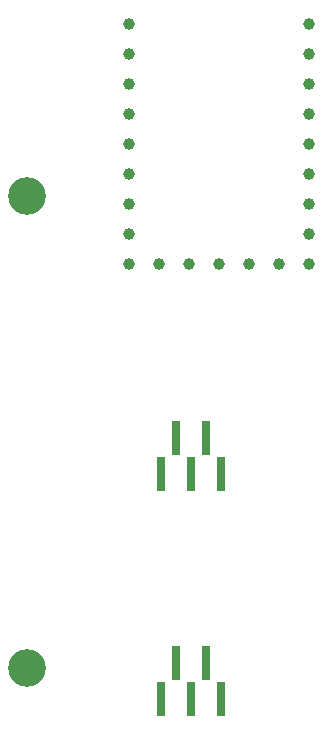
<source format=gbr>
G04 #@! TF.GenerationSoftware,KiCad,Pcbnew,8.0.6*
G04 #@! TF.CreationDate,2024-11-16T10:55:05+01:00*
G04 #@! TF.ProjectId,MCUPCB,4d435550-4342-42e6-9b69-6361645f7063,rev?*
G04 #@! TF.SameCoordinates,Original*
G04 #@! TF.FileFunction,Soldermask,Top*
G04 #@! TF.FilePolarity,Negative*
%FSLAX46Y46*%
G04 Gerber Fmt 4.6, Leading zero omitted, Abs format (unit mm)*
G04 Created by KiCad (PCBNEW 8.0.6) date 2024-11-16 10:55:05*
%MOMM*%
%LPD*%
G01*
G04 APERTURE LIST*
%ADD10C,3.200000*%
%ADD11R,0.650000X3.000000*%
%ADD12C,1.000000*%
G04 APERTURE END LIST*
D10*
G04 #@! TO.C,REF\u002A\u002A*
X110878200Y-75150000D03*
G04 #@! TD*
D11*
G04 #@! TO.C,J2*
X122250200Y-117750000D03*
X123520200Y-114750000D03*
X124790200Y-117750000D03*
X126060200Y-114750000D03*
X127330200Y-117750000D03*
G04 #@! TD*
G04 #@! TO.C,J1*
X122250200Y-98700000D03*
X123520200Y-95700000D03*
X124790200Y-98700000D03*
X126060200Y-95700000D03*
X127330200Y-98700000D03*
G04 #@! TD*
D10*
G04 #@! TO.C,REF\u002A\u002A*
X110878200Y-115150000D03*
G04 #@! TD*
D12*
G04 #@! TO.C,U1*
X134750000Y-60584500D03*
X134750000Y-63124500D03*
X134750000Y-65664500D03*
X134750000Y-68204500D03*
X134750000Y-70744500D03*
X134750000Y-73284500D03*
X134750000Y-75824500D03*
X134750000Y-78364500D03*
X134750000Y-80904500D03*
X119510000Y-60584500D03*
X119510000Y-63124500D03*
X119510000Y-65664500D03*
X119510000Y-68204500D03*
X119510000Y-70744500D03*
X119510000Y-73284500D03*
X119510000Y-75824500D03*
X119510000Y-78364500D03*
X119510000Y-80904500D03*
X132210000Y-80904500D03*
X129670000Y-80904500D03*
X127130000Y-80904500D03*
X124590000Y-80904500D03*
X122050000Y-80904500D03*
G04 #@! TD*
M02*

</source>
